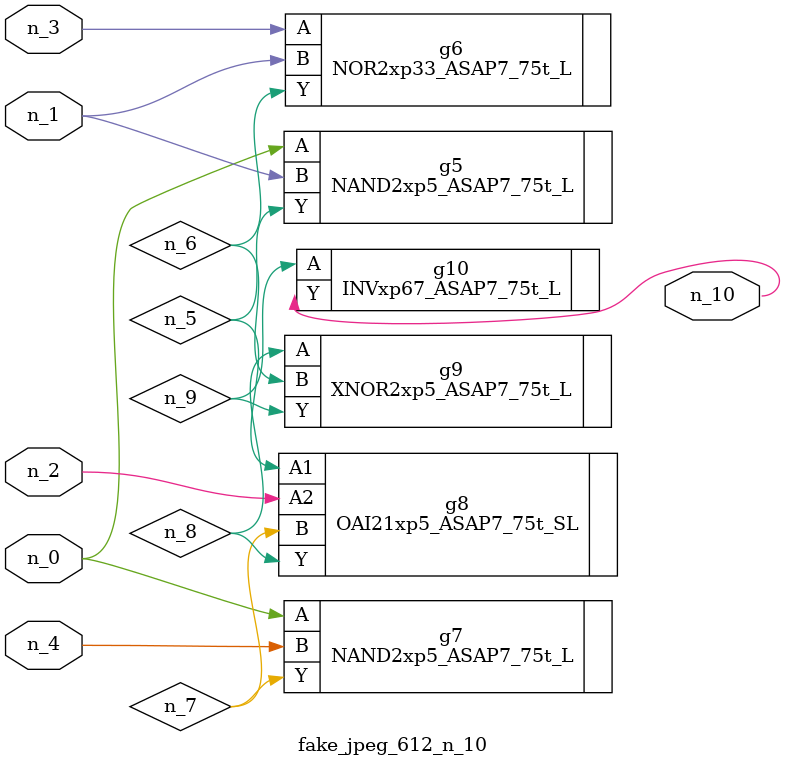
<source format=v>
module fake_jpeg_612_n_10 (n_3, n_2, n_1, n_0, n_4, n_10);

input n_3;
input n_2;
input n_1;
input n_0;
input n_4;

output n_10;

wire n_8;
wire n_9;
wire n_6;
wire n_5;
wire n_7;

NAND2xp5_ASAP7_75t_L g5 ( 
.A(n_0),
.B(n_1),
.Y(n_5)
);

NOR2xp33_ASAP7_75t_L g6 ( 
.A(n_3),
.B(n_1),
.Y(n_6)
);

NAND2xp5_ASAP7_75t_L g7 ( 
.A(n_0),
.B(n_4),
.Y(n_7)
);

OAI21xp5_ASAP7_75t_SL g8 ( 
.A1(n_5),
.A2(n_2),
.B(n_7),
.Y(n_8)
);

XNOR2xp5_ASAP7_75t_L g9 ( 
.A(n_8),
.B(n_6),
.Y(n_9)
);

INVxp67_ASAP7_75t_L g10 ( 
.A(n_9),
.Y(n_10)
);


endmodule
</source>
